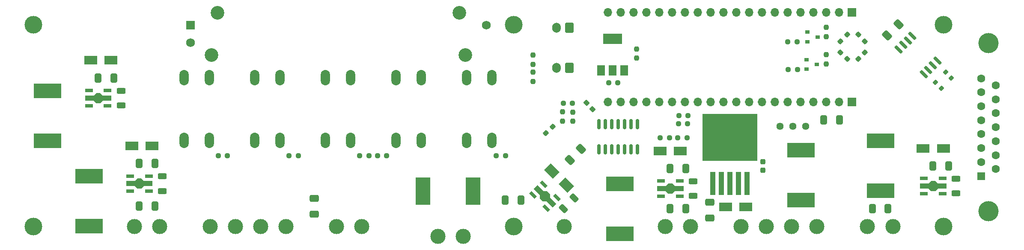
<source format=gbr>
%TF.GenerationSoftware,KiCad,Pcbnew,(5.99.0-7597-g9f5b12c7f7)*%
%TF.CreationDate,2021-12-15T12:43:45+01:00*%
%TF.ProjectId,controller,636f6e74-726f-46c6-9c65-722e6b696361,rev?*%
%TF.SameCoordinates,Original*%
%TF.FileFunction,Soldermask,Top*%
%TF.FilePolarity,Negative*%
%FSLAX46Y46*%
G04 Gerber Fmt 4.6, Leading zero omitted, Abs format (unit mm)*
G04 Created by KiCad (PCBNEW (5.99.0-7597-g9f5b12c7f7)) date 2021-12-15 12:43:45*
%MOMM*%
%LPD*%
G01*
G04 APERTURE LIST*
G04 Aperture macros list*
%AMRoundRect*
0 Rectangle with rounded corners*
0 $1 Rounding radius*
0 $2 $3 $4 $5 $6 $7 $8 $9 X,Y pos of 4 corners*
0 Add a 4 corners polygon primitive as box body*
4,1,4,$2,$3,$4,$5,$6,$7,$8,$9,$2,$3,0*
0 Add four circle primitives for the rounded corners*
1,1,$1+$1,$2,$3,0*
1,1,$1+$1,$4,$5,0*
1,1,$1+$1,$6,$7,0*
1,1,$1+$1,$8,$9,0*
0 Add four rect primitives between the rounded corners*
20,1,$1+$1,$2,$3,$4,$5,0*
20,1,$1+$1,$4,$5,$6,$7,0*
20,1,$1+$1,$6,$7,$8,$9,0*
20,1,$1+$1,$8,$9,$2,$3,0*%
%AMRotRect*
0 Rectangle, with rotation*
0 The origin of the aperture is its center*
0 $1 length*
0 $2 width*
0 $3 Rotation angle, in degrees counterclockwise*
0 Add horizontal line*
21,1,$1,$2,0,0,$3*%
G04 Aperture macros list end*
%ADD10RoundRect,0.237500X-0.344715X0.008839X0.008839X-0.344715X0.344715X-0.008839X-0.008839X0.344715X0*%
%ADD11RoundRect,0.237500X-0.237500X0.250000X-0.237500X-0.250000X0.237500X-0.250000X0.237500X0.250000X0*%
%ADD12RoundRect,0.237500X-0.250000X-0.237500X0.250000X-0.237500X0.250000X0.237500X-0.250000X0.237500X0*%
%ADD13R,0.900000X0.800000*%
%ADD14RoundRect,0.237500X0.237500X-0.250000X0.237500X0.250000X-0.237500X0.250000X-0.237500X-0.250000X0*%
%ADD15R,5.400000X2.900000*%
%ADD16RoundRect,0.250000X0.412500X0.650000X-0.412500X0.650000X-0.412500X-0.650000X0.412500X-0.650000X0*%
%ADD17RoundRect,0.250000X-0.650000X0.412500X-0.650000X-0.412500X0.650000X-0.412500X0.650000X0.412500X0*%
%ADD18R,1.500000X0.700000*%
%ADD19RoundRect,0.237500X0.250000X0.237500X-0.250000X0.237500X-0.250000X-0.237500X0.250000X-0.237500X0*%
%ADD20C,3.000000*%
%ADD21RoundRect,0.150000X-0.671751X0.459619X0.459619X-0.671751X0.671751X-0.459619X-0.459619X0.671751X0*%
%ADD22O,1.850000X3.048000*%
%ADD23RoundRect,0.237500X0.344715X-0.008839X-0.008839X0.344715X-0.344715X0.008839X0.008839X-0.344715X0*%
%ADD24R,2.500000X1.800000*%
%ADD25C,4.000000*%
%ADD26R,1.600000X1.600000*%
%ADD27C,1.600000*%
%ADD28R,1.100000X4.600000*%
%ADD29R,10.800000X9.400000*%
%ADD30RoundRect,0.250000X-0.625000X0.312500X-0.625000X-0.312500X0.625000X-0.312500X0.625000X0.312500X0*%
%ADD31RoundRect,0.150000X0.150000X-0.825000X0.150000X0.825000X-0.150000X0.825000X-0.150000X-0.825000X0*%
%ADD32RoundRect,0.200000X0.335876X0.053033X0.053033X0.335876X-0.335876X-0.053033X-0.053033X-0.335876X0*%
%ADD33RotRect,2.500000X1.800000X135.000000*%
%ADD34RoundRect,0.250000X-0.220971X0.662913X-0.662913X0.220971X0.220971X-0.662913X0.662913X-0.220971X0*%
%ADD35RoundRect,0.237500X-0.008839X-0.344715X0.344715X0.008839X0.008839X0.344715X-0.344715X-0.008839X0*%
%ADD36RoundRect,0.250000X0.600000X0.750000X-0.600000X0.750000X-0.600000X-0.750000X0.600000X-0.750000X0*%
%ADD37O,1.700000X2.000000*%
%ADD38C,3.500000*%
%ADD39C,1.440000*%
%ADD40RotRect,1.500000X0.700000X315.000000*%
%ADD41R,1.500000X2.000000*%
%ADD42R,3.800000X2.000000*%
%ADD43RoundRect,0.237500X-0.237500X0.300000X-0.237500X-0.300000X0.237500X-0.300000X0.237500X0.300000X0*%
%ADD44RoundRect,0.250000X-0.412500X-0.650000X0.412500X-0.650000X0.412500X0.650000X-0.412500X0.650000X0*%
%ADD45RoundRect,0.250000X0.167938X-0.751301X0.751301X-0.167938X-0.167938X0.751301X-0.751301X0.167938X0*%
%ADD46RoundRect,0.237500X-0.380070X0.044194X0.044194X-0.380070X0.380070X-0.044194X-0.044194X0.380070X0*%
%ADD47R,1.700000X1.700000*%
%ADD48O,1.700000X1.700000*%
%ADD49RoundRect,0.237500X0.008839X0.344715X-0.344715X-0.008839X-0.008839X-0.344715X0.344715X0.008839X0*%
%ADD50R,2.900000X5.400000*%
%ADD51R,1.750000X1.750000*%
%ADD52C,1.750000*%
%ADD53C,2.700000*%
%ADD54RoundRect,0.250000X-0.167938X0.751301X-0.751301X0.167938X0.167938X-0.751301X0.751301X-0.167938X0*%
G04 APERTURE END LIST*
D10*
%TO.C,R11*%
X199654765Y-90454765D03*
X200945235Y-91745235D03*
%TD*%
D11*
%TO.C,R32*%
X196800000Y-92762500D03*
X196800000Y-90937500D03*
%TD*%
D12*
%TO.C,R31*%
X191162500Y-93850000D03*
X189337500Y-93850000D03*
%TD*%
D11*
%TO.C,R30*%
X196850000Y-87312500D03*
X196850000Y-85487500D03*
%TD*%
D12*
%TO.C,R29*%
X191062500Y-88350000D03*
X189237500Y-88350000D03*
%TD*%
D13*
%TO.C,Q3*%
X194950000Y-92850000D03*
X192950000Y-93800000D03*
X192950000Y-91900000D03*
%TD*%
%TO.C,Q2*%
X195100000Y-87400000D03*
X193100000Y-88350000D03*
X193100000Y-86450000D03*
%TD*%
D14*
%TO.C,R28*%
X138800000Y-94387500D03*
X138800000Y-96212500D03*
%TD*%
%TO.C,R27*%
X138800000Y-90987500D03*
X138800000Y-92812500D03*
%TD*%
D15*
%TO.C,L3*%
X51000000Y-115050000D03*
X51000000Y-124950000D03*
%TD*%
D16*
%TO.C,C10*%
X136462500Y-119800000D03*
X133337500Y-119800000D03*
%TD*%
%TO.C,C3*%
X221062500Y-113000000D03*
X217937500Y-113000000D03*
%TD*%
D17*
%TO.C,C12*%
X173812200Y-120205100D03*
X173812200Y-123330100D03*
%TD*%
D18*
%TO.C,U5*%
X51000000Y-98025000D03*
G36*
X53750000Y-99025000D02*
G01*
X55450000Y-99025000D01*
X55450000Y-100025000D01*
X53750000Y-100025000D01*
X53250000Y-100525000D01*
X52450000Y-100525000D01*
X51950000Y-100025000D01*
X50250000Y-100025000D01*
X50250000Y-99025000D01*
X51950000Y-99025000D01*
X52450000Y-98525000D01*
X53250000Y-98525000D01*
X53750000Y-99025000D01*
G37*
X51000000Y-101025000D03*
X54700000Y-101025000D03*
X54700000Y-98025000D03*
%TD*%
D19*
%TO.C,R18*%
X146650000Y-100525000D03*
X144825000Y-100525000D03*
%TD*%
D20*
%TO.C,J1*%
X165000000Y-125000000D03*
%TD*%
D21*
%TO.C,U1*%
X213872165Y-87178088D03*
X212974139Y-88076113D03*
X212076113Y-88974139D03*
X211178088Y-89872165D03*
X216127835Y-94821912D03*
X217025861Y-93923887D03*
X217923887Y-93025861D03*
X218821912Y-92127835D03*
%TD*%
D22*
%TO.C,SW2*%
X83820000Y-95450000D03*
X83820000Y-107950000D03*
X88820000Y-107950000D03*
X88820000Y-95450000D03*
%TD*%
%TO.C,SW1*%
X69850000Y-95450000D03*
X69850000Y-107950000D03*
X74850000Y-95450000D03*
X74850000Y-107950000D03*
%TD*%
D20*
%TO.C,J7*%
X105000000Y-125000000D03*
%TD*%
D23*
%TO.C,R8*%
X204445235Y-88245235D03*
X203154765Y-86954765D03*
%TD*%
D20*
%TO.C,J3*%
X205000000Y-125000000D03*
%TD*%
D19*
%TO.C,R26*%
X155612500Y-96500000D03*
X153787500Y-96500000D03*
%TD*%
D14*
%TO.C,R22*%
X146675000Y-104137500D03*
X146675000Y-102312500D03*
%TD*%
D15*
%TO.C,L4*%
X42850000Y-98075000D03*
X42850000Y-107975000D03*
%TD*%
D24*
%TO.C,D4*%
X55350000Y-92025000D03*
X51350000Y-92025000D03*
%TD*%
D22*
%TO.C,SW3*%
X97790000Y-107950000D03*
X97790000Y-95450000D03*
X102790000Y-107950000D03*
X102790000Y-95450000D03*
%TD*%
D25*
%TO.C,J20*%
X228920000Y-121955000D03*
X228920000Y-88655000D03*
D26*
X227500000Y-115000000D03*
D27*
X227500000Y-112230000D03*
X227500000Y-109460000D03*
X227500000Y-106690000D03*
X227500000Y-103920000D03*
X227500000Y-101150000D03*
X227500000Y-98380000D03*
X227500000Y-95610000D03*
X230340000Y-113615000D03*
X230340000Y-110845000D03*
X230340000Y-108075000D03*
X230340000Y-105305000D03*
X230340000Y-102535000D03*
X230340000Y-99765000D03*
X230340000Y-96995000D03*
%TD*%
D22*
%TO.C,SW5*%
X125730000Y-107950000D03*
X125730000Y-95450000D03*
X130730000Y-107950000D03*
X130730000Y-95450000D03*
%TD*%
D16*
%TO.C,C13*%
X199462500Y-103900000D03*
X196337500Y-103900000D03*
%TD*%
D28*
%TO.C,U7*%
X174400000Y-116475000D03*
X176100000Y-116475000D03*
X177800000Y-116475000D03*
D29*
X177800000Y-107325000D03*
D28*
X179500000Y-116475000D03*
X181200000Y-116475000D03*
%TD*%
D19*
%TO.C,R19*%
X169412500Y-104600000D03*
X167587500Y-104600000D03*
%TD*%
D30*
%TO.C,R2*%
X222500000Y-115537500D03*
X222500000Y-118462500D03*
%TD*%
D20*
%TO.C,J13*%
X85000000Y-125000000D03*
%TD*%
D24*
%TO.C,D3*%
X63500000Y-109000000D03*
X59500000Y-109000000D03*
%TD*%
D20*
%TO.C,J16*%
X185000000Y-125000000D03*
%TD*%
D31*
%TO.C,U8*%
X151890000Y-109675000D03*
X153160000Y-109675000D03*
X154430000Y-109675000D03*
X155700000Y-109675000D03*
X156970000Y-109675000D03*
X158240000Y-109675000D03*
X159510000Y-109675000D03*
X159510000Y-104725000D03*
X158240000Y-104725000D03*
X156970000Y-104725000D03*
X155700000Y-104725000D03*
X154430000Y-104725000D03*
X153160000Y-104725000D03*
X151890000Y-104725000D03*
%TD*%
D20*
%TO.C,J19*%
X120000000Y-127000000D03*
%TD*%
%TO.C,J4*%
X210000000Y-125000000D03*
%TD*%
D17*
%TO.C,C8*%
X95600000Y-119437500D03*
X95600000Y-122562500D03*
%TD*%
D20*
%TO.C,J6*%
X60000000Y-125000000D03*
%TD*%
D16*
%TO.C,C5*%
X64062500Y-112500000D03*
X60937500Y-112500000D03*
%TD*%
D32*
%TO.C,R6*%
X221583363Y-95583363D03*
X220416637Y-94416637D03*
%TD*%
D20*
%TO.C,J18*%
X190000000Y-125000000D03*
%TD*%
%TO.C,J5*%
X65000000Y-125000000D03*
%TD*%
D19*
%TO.C,R14*%
X106412500Y-111000000D03*
X104587500Y-111000000D03*
%TD*%
D33*
%TO.C,D5*%
X145414214Y-116814214D03*
X142585786Y-113985786D03*
%TD*%
D20*
%TO.C,J12*%
X75000000Y-125000000D03*
%TD*%
D34*
%TO.C,R5*%
X146934144Y-119365856D03*
X144865856Y-121434144D03*
%TD*%
D35*
%TO.C,R10*%
X199654765Y-88245235D03*
X200945235Y-86954765D03*
%TD*%
D24*
%TO.C,D1*%
X168000000Y-110000000D03*
X164000000Y-110000000D03*
%TD*%
D30*
%TO.C,R4*%
X57350000Y-98062500D03*
X57350000Y-100987500D03*
%TD*%
D20*
%TO.C,J8*%
X100000000Y-125000000D03*
%TD*%
D36*
%TO.C,J23*%
X146000000Y-93500000D03*
D37*
X143500000Y-93500000D03*
%TD*%
D38*
%TO.C,H4*%
X40000000Y-85000000D03*
%TD*%
D39*
%TO.C,RV2*%
X192800000Y-105100000D03*
X190260000Y-105100000D03*
X187720000Y-105100000D03*
%TD*%
D20*
%TO.C,J9*%
X145000000Y-125000000D03*
%TD*%
D40*
%TO.C,U6*%
X140962564Y-116655456D03*
G36*
X142200000Y-119307106D02*
G01*
X143402082Y-120509188D01*
X142694975Y-121216295D01*
X141492893Y-120014213D01*
X140785787Y-120014213D01*
X140220102Y-119448528D01*
X140220102Y-118741422D01*
X139018020Y-117539340D01*
X139725127Y-116832233D01*
X140927209Y-118034315D01*
X141634315Y-118034315D01*
X142200000Y-118600000D01*
X142200000Y-119307106D01*
G37*
X138841243Y-118776777D03*
X141457538Y-121393072D03*
X143578859Y-119271751D03*
%TD*%
D38*
%TO.C,H6*%
X220000000Y-125000000D03*
%TD*%
D16*
%TO.C,C2*%
X169062500Y-113500000D03*
X165937500Y-113500000D03*
%TD*%
D41*
%TO.C,Q1*%
X152300000Y-94050000D03*
X154600000Y-94050000D03*
D42*
X154600000Y-87750000D03*
D41*
X156900000Y-94050000D03*
%TD*%
D20*
%TO.C,J11*%
X80000000Y-125000000D03*
%TD*%
D32*
%TO.C,R7*%
X219583363Y-97583363D03*
X218416637Y-96416637D03*
%TD*%
D15*
%TO.C,L6*%
X191800000Y-119750000D03*
X191800000Y-109850000D03*
%TD*%
D18*
%TO.C,U4*%
X59150000Y-115000000D03*
G36*
X61900000Y-116000000D02*
G01*
X63600000Y-116000000D01*
X63600000Y-117000000D01*
X61900000Y-117000000D01*
X61400000Y-117500000D01*
X60600000Y-117500000D01*
X60100000Y-117000000D01*
X58400000Y-117000000D01*
X58400000Y-116000000D01*
X60100000Y-116000000D01*
X60600000Y-115500000D01*
X61400000Y-115500000D01*
X61900000Y-116000000D01*
G37*
X59150000Y-118000000D03*
X62850000Y-118000000D03*
X62850000Y-115000000D03*
%TD*%
D38*
%TO.C,H5*%
X220000000Y-85000000D03*
%TD*%
D24*
%TO.C,D6*%
X176900000Y-121100000D03*
X180900000Y-121100000D03*
%TD*%
D30*
%TO.C,R1*%
X170500000Y-116037500D03*
X170500000Y-118962500D03*
%TD*%
D20*
%TO.C,J15*%
X180000000Y-125000000D03*
%TD*%
D43*
%TO.C,C14*%
X184300000Y-112137500D03*
X184300000Y-113862500D03*
%TD*%
D19*
%TO.C,R20*%
X165812500Y-107400000D03*
X163987500Y-107400000D03*
%TD*%
%TO.C,R24*%
X169312500Y-107400000D03*
X167487500Y-107400000D03*
%TD*%
D44*
%TO.C,C1*%
X165937500Y-121500000D03*
X169062500Y-121500000D03*
%TD*%
D38*
%TO.C,H3*%
X40000000Y-125000000D03*
%TD*%
D15*
%TO.C,L1*%
X156000000Y-116550000D03*
X156000000Y-126450000D03*
%TD*%
D45*
%TO.C,C9*%
X146095146Y-111804854D03*
X148304854Y-109595146D03*
%TD*%
D19*
%TO.C,R12*%
X78412500Y-111000000D03*
X76587500Y-111000000D03*
%TD*%
D12*
%TO.C,R15*%
X108087500Y-111000000D03*
X109912500Y-111000000D03*
%TD*%
D18*
%TO.C,U3*%
X216150000Y-115500000D03*
G36*
X218900000Y-116500000D02*
G01*
X220600000Y-116500000D01*
X220600000Y-117500000D01*
X218900000Y-117500000D01*
X218400000Y-118000000D01*
X217600000Y-118000000D01*
X217100000Y-117500000D01*
X215400000Y-117500000D01*
X215400000Y-116500000D01*
X217100000Y-116500000D01*
X217600000Y-116000000D01*
X218400000Y-116000000D01*
X218900000Y-116500000D01*
G37*
X216150000Y-118500000D03*
X219850000Y-118500000D03*
X219850000Y-115500000D03*
%TD*%
D20*
%TO.C,J2*%
X170000000Y-125000000D03*
%TD*%
D46*
%TO.C,C15*%
X149390120Y-100490120D03*
X150609880Y-101709880D03*
%TD*%
D47*
%TO.C,J22*%
X201930000Y-100330000D03*
D48*
X199390000Y-100330000D03*
X196850000Y-100330000D03*
X194310000Y-100330000D03*
X191770000Y-100330000D03*
X189230000Y-100330000D03*
X186690000Y-100330000D03*
X184150000Y-100330000D03*
X181610000Y-100330000D03*
X179070000Y-100330000D03*
X176530000Y-100330000D03*
X173990000Y-100330000D03*
X171450000Y-100330000D03*
X168910000Y-100330000D03*
X166370000Y-100330000D03*
X163830000Y-100330000D03*
X161290000Y-100330000D03*
X158750000Y-100330000D03*
X156210000Y-100330000D03*
X153670000Y-100330000D03*
%TD*%
D22*
%TO.C,SW4*%
X111760000Y-107950000D03*
X111760000Y-95450000D03*
X116760000Y-107950000D03*
X116760000Y-95450000D03*
%TD*%
D49*
%TO.C,R9*%
X204445235Y-90454765D03*
X203154765Y-91745235D03*
%TD*%
D47*
%TO.C,J21*%
X201930000Y-82550000D03*
D48*
X199390000Y-82550000D03*
X196850000Y-82550000D03*
X194310000Y-82550000D03*
X191770000Y-82550000D03*
X189230000Y-82550000D03*
X186690000Y-82550000D03*
X184150000Y-82550000D03*
X181610000Y-82550000D03*
X179070000Y-82550000D03*
X176530000Y-82550000D03*
X173990000Y-82550000D03*
X171450000Y-82550000D03*
X168910000Y-82550000D03*
X166370000Y-82550000D03*
X163830000Y-82550000D03*
X161290000Y-82550000D03*
X158750000Y-82550000D03*
X156210000Y-82550000D03*
X153670000Y-82550000D03*
%TD*%
D30*
%TO.C,R3*%
X65500000Y-115037500D03*
X65500000Y-117962500D03*
%TD*%
D19*
%TO.C,R23*%
X169512500Y-103000000D03*
X167687500Y-103000000D03*
%TD*%
D18*
%TO.C,U2*%
X164150000Y-116000000D03*
G36*
X166900000Y-117000000D02*
G01*
X168600000Y-117000000D01*
X168600000Y-118000000D01*
X166900000Y-118000000D01*
X166400000Y-118500000D01*
X165600000Y-118500000D01*
X165100000Y-118000000D01*
X163400000Y-118000000D01*
X163400000Y-117000000D01*
X165100000Y-117000000D01*
X165600000Y-116500000D01*
X166400000Y-116500000D01*
X166900000Y-117000000D01*
G37*
X164150000Y-119000000D03*
X167850000Y-119000000D03*
X167850000Y-116000000D03*
%TD*%
D16*
%TO.C,C7*%
X55912500Y-95525000D03*
X52787500Y-95525000D03*
%TD*%
D44*
%TO.C,C4*%
X205937500Y-121500000D03*
X209062500Y-121500000D03*
%TD*%
D50*
%TO.C,L5*%
X126950000Y-118000000D03*
X117050000Y-118000000D03*
%TD*%
D19*
%TO.C,R16*%
X133412500Y-111000000D03*
X131587500Y-111000000D03*
%TD*%
D36*
%TO.C,J24*%
X146000000Y-85600000D03*
D37*
X143500000Y-85600000D03*
%TD*%
D51*
%TO.C,RV1*%
X71120000Y-85025000D03*
D52*
X71120000Y-88525000D03*
X129620000Y-85025000D03*
D53*
X125470000Y-90975000D03*
X124270000Y-82575000D03*
X75270000Y-90975000D03*
X76470000Y-82575000D03*
%TD*%
D14*
%TO.C,R17*%
X144650000Y-104087500D03*
X144650000Y-102262500D03*
%TD*%
D24*
%TO.C,D2*%
X220000000Y-109500000D03*
X216000000Y-109500000D03*
%TD*%
D14*
%TO.C,R25*%
X159300000Y-91612500D03*
X159300000Y-89787500D03*
%TD*%
D15*
%TO.C,L2*%
X207562500Y-108050000D03*
X207562500Y-117950000D03*
%TD*%
D20*
%TO.C,J14*%
X90000000Y-125000000D03*
%TD*%
%TO.C,J10*%
X125000000Y-127000000D03*
%TD*%
%TO.C,J17*%
X195000000Y-125000000D03*
%TD*%
D38*
%TO.C,H1*%
X135000000Y-85000000D03*
%TD*%
D16*
%TO.C,C6*%
X64062500Y-121000000D03*
X60937500Y-121000000D03*
%TD*%
D54*
%TO.C,C11*%
X211104854Y-84895146D03*
X208895146Y-87104854D03*
%TD*%
D35*
%TO.C,R21*%
X141404765Y-106495235D03*
X142695235Y-105204765D03*
%TD*%
D38*
%TO.C,H2*%
X135000000Y-125000000D03*
%TD*%
D19*
%TO.C,R13*%
X92412500Y-111000000D03*
X90587500Y-111000000D03*
%TD*%
M02*

</source>
